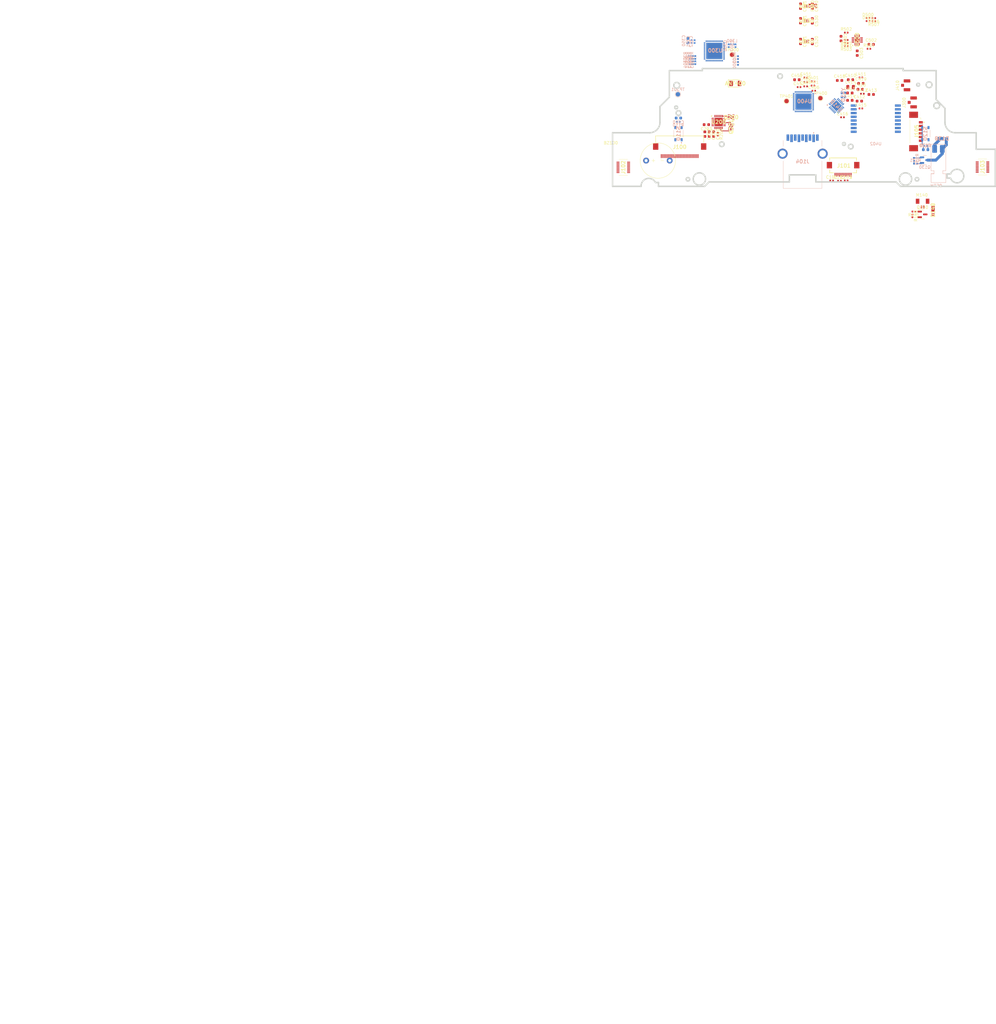
<source format=kicad_pcb>
(kicad_pcb (version 20211014) (generator pcbnew)
  (layers (0 "F.Cu" signal) (1 "In1.Cu" signal) (2 "In2.Cu" signal) (31 "B.Cu" signal) (34 "B.Paste" user) (35 "F.Paste" user) (36 "B.SilkS" user "B.Silkscreen") (37 "F.SilkS" user "F.Silkscreen") (38 "B.Mask" user) (39 "F.Mask" user) (44 "Edge.Cuts" user))
  (net 0 "")
  (net 1 "GND")
  (net 2 "+3V3")
  (net 3 "/PUMATX_CHIP_PU")
  (net 4 "/PUMATX_SDA")
  (net 5 "/PUMATX_SCL")
  (net 6 "/ELRS_CHIP_PU")
  (net 7 "/3V45")
  (net 8 "/DISPLAY_SDA")
  (net 9 "/DISPLAY_SCL")
  (net 10 "/LED_ANODE")
  (net 11 "/LED_CATHODE")
  (net 16 "/LEFT_POT")
  (net 21 "/SPORT")
  (net 25 "/RIGHT_POT")
  (net 26 "VBUS")
  (net 27 "/PUMATX_RTS")
  (net 28 "/PUMATX_DTR")
  (net 29 "/PUMATX_GPIO0")
  (net 30 "/ELRS_RTS")
  (net 31 "/ELRS_DTR")
  (net 32 "/ELRS_GPIO0")
  (net 33 "/C1")
  (net 34 "/C2")
  (net 36 "/V_PA")
  (net 37 "/V_DCC")
  (net 38 "/BATTERY_WHITE")
  (net 39 "-3V3")
  (net 41 "/TX_ELRS_DEBUG")
  (net 42 "/RX_ELRS_DEBUG")
  (net 47 "/TX_PUMATX_DEBUG")
  (net 48 "/RX_PUMATX_DEBUG")
  (net 51 "/BQ_PGOOD")
  (net 52 "/BQ_CHG")
  (net 53 "/V_DCC2")
  (net 54 "/RIGHT")
  (net 55 "/LEFT")
  (net 56 "/UP")
  (net 57 "/DOWN")
  (net 58 "/ON_OFF")
  (net 59 "/BATTERY_VOLTAGE")
  (net 60 "/BUZZER_PWM")
  (net 61 "/FAN_PWM")
  (net 62 "/HAPTIC_PWM")
  (net 63 "/CRSF")
  (net 64 "/RECORD")
  (net 65 "/LED")
  (net 66 "/DISPLAY_BACKLIGHT")
  (net 67 "/OK")
  (net 75 "/PAUSE")
  (net 76 "/RTH")
  (net 77 "/PHOTO")
  (net 89 "/TX_EN")
  (net 90 "/RX_EN")
  (net 91 "/NRESET")
  (net 94 "/DIO2")
  (net 95 "/DIO1")
  (net 104 "/NSS")
  (net 105 "/SCK")
  (net 106 "/MOSI")
  (net 107 "/MISO")
  (net 109 "/BUSY")
  (net 110 "/XTA")
  (net 113 "/XTB")
  (net 116 "/BATTERY_TEMP")
  (net 120 "/D+")
  (net 121 "/D-")
  (net 122 "/SX1280_3V3")
  (net 123 "/FAN_HS")
  (net 124 "/FAN_LS")
  (net 125 "/HAPTIC_HS")
  (net 126 "/HAPTIC_LS")
  (net 127 "/HAPTIC_G")
  (net 128 "/FAN_G")
  (net 129 "/BQ_CE")
  (net 130 "/DISPLAY_DECOUPLE_2")
  (net 132 "/VBAT")
  (net 134 "/VSYS")
  (net 136 "/3V3_EN")
  (net 137 "/VDD_SDIO_PUMATX")
  (net 138 "/VDD_SDIO_ELRS")
  (net 139 "/50_ESP_ELRS_ANT_2")
  (net 140 "/50_PUMATX_ANT_1")
  (net 141 "/50_PUMATX_ANT_2")
  (net 142 "/50_ESP_ELRS_ANT_1")
  (net 143 "/50_ELRS_ANT_1")
  (net 144 "/50_ELRS_ANT_2")
  (net 145 "/50_ELRS_ANT_3")
  (net 146 "/50_ELRS_ANT_4")
  (net 147 "/ILIM")
  (net 148 "/RST")
  (net 149 "/LED_PG")
  (net 150 "/LED_CHG")
  (net 151 "/ISET")
  (net 152 "/SYSOFF")
  (net 153 "/TMR")
  (net 154 "/SYS")
  (net 155 "/DISPLAY_DECOUPLE_1")
  (footprint "Capacitor_SMD:C_0402_1005Metric" (layer "F.Cu") (at 165.75 86.25)
    (fp_text reference "L411")
    (fp_text value "3n")
  )
  (footprint "Capacitor_SMD:C_0402_1005Metric" (layer "F.Cu") (at 158.47 121.325)
    (fp_text reference "C102")
    (fp_text value "1n")
  )
  (footprint "Capacitor_SMD:C_0603_1608Metric" (layer "F.Cu") (at 164.5 77.975 -90)
    (fp_text reference "C503")
    (fp_text value "4u7")
  )
  (footprint "Capacitor_SMD:C_0603_1608Metric" (layer "F.Cu") (at 115.75 105.475 -90)
    (fp_text reference "C200")
    (fp_text value "1u")
  )
  (footprint "Component_lib:QFN50P300X300X100-17N-D" (layer "F.Cu") (at 164.5 73.5 90)
    (fp_text reference "U500")
    (fp_text value "BQ24075RGTR" hide)
  )
  (footprint "Component_lib:GL200A_BUZZER" (layer "F.Cu") (at 96.8 114.45)
    (fp_text reference "BZ100")
    (fp_text value "Buzzer")
  )
  (footprint "Capacitor_SMD:C_0603_1608Metric" (layer "F.Cu") (at 113.275 102.25 180)
    (fp_text reference "C203")
    (fp_text value "100n")
  )
  (footprint "Component_lib:UMH3NTN" (layer "F.Cu") (at 121.675 99.65 180)
    (fp_text reference "Q200")
    (fp_text value "UMH3NTN" hide)
  )
  (footprint "Capacitor_SMD:C_0603_1608Metric" (layer "F.Cu") (at 158.5 87.25)
    (fp_text reference "C418")
    (fp_text value "100n")
  )
  (footprint "Capacitor_SMD:C_0402_1005Metric" (layer "F.Cu") (at 168.48 76.5)
    (fp_text reference "R501")
    (fp_text value "100k")
  )
  (footprint "Capacitor_SMD:C_0402_1005Metric" (layer "F.Cu") (at 149.5 87.5)
    (fp_text reference "C401")
    (fp_text value "1u")
  )
  (footprint "Capacitor_SMD:C_0402_1005Metric" (layer "F.Cu") (at 168.16 66.08)
    (fp_text reference "D500")
    (fp_text value "LED")
  )
  (footprint "Component_lib:u.fl" (layer "F.Cu") (at 183.65 94.7 -90)
    (fp_text reference "J300")
    (fp_text value "U.FL-R-SMT-1_40_")
  )
  (footprint "Capacitor_SMD:C_0402_1005Metric" (layer "F.Cu") (at 170.14 66.08 180)
    (fp_text reference "R506")
    (fp_text value "1k5")
  )
  (footprint "Capacitor_SMD:C_0603_1608Metric" (layer "F.Cu") (at 159 73.025 -90)
    (fp_text reference "C501")
    (fp_text value "1u")
  )
  (footprint "Component_lib:FH12-12S-0.5SH_55_" (layer "F.Cu") (at 159.7 118.6 180)
    (fp_text reference "J101")
    (fp_text value "FH12-12S-0.5SH_55_" hide)
  )
  (footprint "Capacitor_SMD:C_0805_2012Metric" (layer "F.Cu") (at 162.25 89.5)
    (fp_text reference "L414")
    (fp_text value "15u")
  )
  (footprint "Capacitor_SMD:C_0603_1608Metric" (layer "F.Cu") (at 162 94)
    (fp_text reference "C414")
    (fp_text value "0p5")
  )
  (footprint "Capacitor_SMD:C_0402_1005Metric" (layer "F.Cu") (at 183.25 133.23 -90)
    (fp_text reference "R140")
    (fp_text value "10k")
  )
  (footprint "Component_lib:QFN50P400X400X80-25N-D" (layer "F.Cu") (at 117.425 101.35)
    (fp_text reference "U200")
    (fp_text value "CP2105-F01-GMR" hide)
  )
  (footprint "Component_lib:S1GHE" (layer "F.Cu") (at 190.25 131.612 -90)
    (fp_text reference "D140")
    (fp_text value "S1GHE" hide)
  )
  (footprint "Capacitor_SMD:C_0402_1005Metric" (layer "F.Cu") (at 117.175 105.475 -90)
    (fp_text reference "R200")
    (fp_text value "4k7")
  )
  (footprint "Component_lib:FH12A26S05SH55" (layer "F.Cu") (at 104.2 109.5)
    (fp_text reference "J100")
    (fp_text value "FH12A-26S-0.5SH_55_" hide)
  )
  (footprint "TestPoint:TestPoint_Pad_D1.5mm" (layer "F.Cu") (at 140.5 94.25)
    (fp_text reference "TP401")
    (fp_text value "VDD_SDIO")
  )
  (footprint "Capacitor_SMD:C_0603_1608Metric" (layer "F.Cu") (at 165.75 88.25)
    (fp_text reference "C419")
    (fp_text value "470n")
  )
  (footprint "Capacitor_SMD:C_0603_1608Metric" (layer "F.Cu") (at 165.225 94.25)
    (fp_text reference "C412")
    (fp_text value "1p2")
  )
  (footprint "Capacitor_SMD:C_0402_1005Metric" (layer "F.Cu") (at 165.75 96.75)
    (fp_text reference "C415")
    (fp_text value "10n")
  )
  (footprint "Capacitor_SMD:C_0603_1608Metric" (layer "F.Cu") (at 149.25 62.025 -90)
    (fp_text reference "C510")
    (fp_text value "2u2")
  )
  (footprint "Component_lib:533980667" (layer "F.Cu") (at 184.25 104.575 90)
    (fp_text reference "J105")
    (fp_text value "53398-0667" hide)
  )
  (footprint "Capacitor_SMD:C_0603_1608Metric" (layer "F.Cu") (at 149.25 67.025 -90)
    (fp_text reference "C530")
    (fp_text value "2u2")
  )
  (footprint "Component_lib:5003340160" (layer "F.Cu") (at 85.05 116.75 90)
    (fp_text reference "J102")
    (fp_text value "500334-0160" hide)
  )
  (footprint "Component_lib:SM02B-SURS-TF" (layer "F.Cu") (at 186.7 129.7 180)
    (fp_text reference "M140")
    (fp_text value "Fan")
  )
  (footprint "Capacitor_SMD:C_0402_1005Metric" (layer "F.Cu") (at 170.14 67.08 180)
    (fp_text reference "R507")
    (fp_text value "1k5")
  )
  (footprint "Capacitor_SMD:C_0603_1608Metric" (layer "F.Cu") (at 169.25 92)
    (fp_text reference "C413")
    (fp_text value "100p")
  )
  (footprint "Component_lib:SON40P120X120X60-7N-D" (layer "F.Cu") (at 147.25 74.025)
    (fp_text reference "U520")
    (fp_text value "MIC5528-3.3YMT-T5" hide)
  )
  (footprint "Component_lib:ANTC3216X140N" (layer "F.Cu") (at 123.1 88.25)
    (fp_text reference "ANT400")
    (fp_text value "2450AT18A100E" hide)
  )
  (footprint "Capacitor_SMD:C_0402_1005Metric" (layer "F.Cu") (at 166.25 91.75)
    (fp_text reference "L412")
    (fp_text value "2n5")
  )
  (footprint "Capacitor_SMD:C_0603_1608Metric" (layer "F.Cu") (at 149.25 74.025 -90)
    (fp_text reference "C520")
    (fp_text value "2u2")
  )
  (footprint "Capacitor_SMD:C_0402_1005Metric" (layer "F.Cu") (at 160.77 73.5 180)
    (fp_text reference "R505")
    (fp_text value "36k5")
  )
  (footprint "Component_lib:SON40P120X120X60-7N-D" (layer "F.Cu") (at 147.25 67)
    (fp_text reference "U530")
    (fp_text value "MIC5528-3.3YMT-T5" hide)
  )
  (footprint "Package_TO_SOT_SMD:SOT-23" (layer "F.Cu") (at 186.675 132.725)
    (fp_text reference "Q140")
    (fp_text value "ZXMN3B01F")
  )
  (footprint "Capacitor_SMD:C_0603_1608Metric" (layer "F.Cu") (at 145.25 62.025 -90)
    (fp_text reference "C511")
    (fp_text value "2u2")
  )
  (footprint "Component_lib:u.fl" (layer "F.Cu") (at 181.4 88.9 -90)
    (fp_text reference "J410")
    (fp_text value "U.FL-R-SMT-1_40_")
  )
  (footprint "Capacitor_SMD:C_0603_1608Metric" (layer "F.Cu") (at 144 87)
    (fp_text reference "C450")
    (fp_text value "100n")
  )
  (footprint "Component_lib:5003340160" (layer "F.Cu") (at 207.05 116.65 90)
    (fp_text reference "J103")
    (fp_text value "500334-0160" hide)
  )
  (footprint "Capacitor_SMD:C_0402_1005Metric" (layer "F.Cu") (at 147 86.25)
    (fp_text reference "C451")
    (fp_text value "1u")
  )
  (footprint "Capacitor_SMD:C_0603_1608Metric" (layer "F.Cu") (at 145.25 66.975 -90)
    (fp_text reference "C531")
    (fp_text value "2u2")
  )
  (footprint "Component_lib:UMH3NTN" (layer "F.Cu") (at 121.575 102.95 -90)
    (fp_text reference "Q201")
    (fp_text value "UMH3NTN" hide)
  )
  (footprint "Capacitor_SMD:C_0402_1005Metric" (layer "F.Cu") (at 149.75 90.75)
    (fp_text reference "C406")
    (fp_text value "C")
  )
  (footprint "Capacitor_SMD:C_0603_1608Metric" (layer "F.Cu") (at 112.75 105.475 -90)
    (fp_text reference "C202")
    (fp_text value "1u")
  )
  (footprint "Capacitor_SMD:C_0402_1005Metric" (layer "F.Cu") (at 146.98 87.75)
    (fp_text reference "L400")
    (fp_text value "L")
  )
  (footprint "Capacitor_SMD:C_0603_1608Metric" (layer "F.Cu") (at 165.525 90.25)
    (fp_text reference "C420")
    (fp_text value "100n")
  )
  (footprint "Capacitor_SMD:C_0402_1005Metric" (layer "F.Cu") (at 168.16 67.08)
    (fp_text reference "D501")
    (fp_text value "LED")
  )
  (footprint "Component_lib:SON40P120X120X60-7N-D" (layer "F.Cu") (at 147.25 62)
    (fp_text reference "U510")
    (fp_text value "MIC5528-3.3YMT-T5" hide)
  )
  (footprint "Capacitor_SMD:C_0402_1005Metric" (layer "F.Cu") (at 144.75 89.5)
    (fp_text reference "C452")
    (fp_text value "10u")
  )
  (footprint "Capacitor_SMD:C_0402_1005Metric" (layer "F.Cu") (at 160.77 71)
    (fp_text reference "R502")
    (fp_text value "1k1")
  )
  (footprint "TestPoint:TestPoint_Pad_D1.5mm" (layer "F.Cu") (at 152 93.25)
    (fp_text reference "TP400")
    (fp_text value "TestPoint")
  )
  (footprint "Capacitor_SMD:C_0402_1005Metric" (layer "F.Cu") (at 160.77 75.5 180)
    (fp_text reference "R503")
    (fp_text value "590")
  )
  (footprint "Capacitor_SMD:C_0402_1005Metric" (layer "F.Cu") (at 155.82 121.25)
    (fp_text reference "C101")
    (fp_text value "2n2")
  )
  (footprint "Capacitor_SMD:C_0402_1005Metric" (layer "F.Cu") (at 183.73 131.75 180)
    (fp_text reference "R141")
    (fp_text value "180")
  )
  (footprint "TestPoint:TestPoint_Pad_D1.5mm" (layer "F.Cu") (at 122 78.5)
    (fp_text reference "TP300")
    (fp_text value "PUMATX_PU")
  )
  (footprint "Capacitor_SMD:C_0402_1005Metric" (layer "F.Cu") (at 149.5 89)
    (fp_text reference "R401")
    (fp_text value "10k")
  )
  (footprint "Capacitor_SMD:C_0402_1005Metric" (layer "F.Cu") (at 147 89.25)
    (fp_text reference "C407")
    (fp_text value "C")
  )
  (footprint "Capacitor_SMD:C_0402_1005Metric" (layer "F.Cu") (at 160.745 121.225)
    (fp_text reference "C103")
    (fp_text value "15u")
  )
  (footprint "Capacitor_SMD:C_0603_1608Metric" (layer "F.Cu") (at 145.25 74 -90)
    (fp_text reference "C521")
    (fp_text value "2u2")
  )
  (footprint "Capacitor_SMD:C_0402_1005Metric" (layer "F.Cu") (at 159.5 99.75)
    (fp_text reference "C416")
    (fp_text value "10n")
  )
  (footprint "Capacitor_SMD:C_0402_1005Metric" (layer "F.Cu") (at 150.5 61.98 90)
    (fp_text reference "R510")
    (fp_text value "0k")
  )
  (footprint "Capacitor_SMD:C_0603_1608Metric" (layer "F.Cu") (at 162 91.5)
    (fp_text reference "C411")
    (fp_text value "1p2")
  )
  (footprint "Capacitor_SMD:C_0603_1608Metric" (layer "F.Cu") (at 114.25 105.475 -90)
    (fp_text reference "C201")
    (fp_text value "100n")
  )
  (footprint "Capacitor_SMD:C_0603_1608Metric" (layer "F.Cu") (at 162.225 87)
    (fp_text reference "C410")
    (fp_text value "0p8")
  )
  (footprint "Capacitor_SMD:C_0402_1005Metric" (layer "F.Cu") (at 160.77 74.5 180)
    (fp_text reference "R504")
    (fp_text value "0")
  )
  (footprint "Capacitor_SMD:C_0603_1608Metric" (layer "F.Cu") (at 169.225 75)
    (fp_text reference "C502")
    (fp_text value "4u7")
  )
  (footprint "Component_lib:ESP32-PICO-D4_1" (layer "B.Cu") (at 115.96094 77.225 180)
    (fp_text reference "U300")
    (fp_text value "ESP32-PICO-D4" hide)
  )
  (footprint "Component_lib:GL200A_HAPTIC_MOTOR" (layer "B.Cu") (at 189.595 108.895)
    (fp_text reference "M130")
    (fp_text value "Motor_DC")
  )
  (footprint "Capacitor_SMD:C_0402_1005Metric" (layer "B.Cu") (at 124 79.48 -90)
    (fp_text reference "R300")
    (fp_text value "10k")
  )
  (footprint "Component_lib:S1GHE" (layer "B.Cu") (at 193.612 107)
    (fp_text reference "D130")
    (fp_text value "S1GHE" hide)
  )
  (footprint "Capacitor_SMD:C_0402_1005Metric" (layer "B.Cu") (at 108.75 79.429998 -90)
    (fp_text reference "R302")
    (fp_text value "2k2")
  )
  (footprint "Component_lib:SKRPABE010" (layer "B.Cu") (at 103.8 105.3 90)
    (fp_text reference "S110")
    (fp_text value "SKRPABE010" hide)
  )
  (footprint "Package_TO_SOT_SMD:SOT-23" (layer "B.Cu") (at 187.4375 114.3)
    (fp_text reference "Q130")
    (fp_text value "ZXMN3B01F")
  )
  (footprint "Capacitor_SMD:C_0402_1005Metric" (layer "B.Cu") (at 183.75 114.02 90)
    (fp_text reference "R130")
    (fp_text value "10k")
  )
  (footprint "Capacitor_SMD:C_0402_1005Metric" (layer "B.Cu") (at 120.85 75.455 -90)
    (fp_text reference "C306")
    (fp_text value "C")
  )
  (footprint "Capacitor_SMD:C_0603_1608Metric" (layer "B.Cu") (at 187.725 110.75 180)
    (fp_text reference "C120")
    (fp_text value "100n")
  )
  (footprint "Capacitor_SMD:C_0402_1005Metric" (layer "B.Cu") (at 108 79.429998 -90)
    (fp_text reference "R301")
    (fp_text value "2k2")
  )
  (footprint "Component_lib:ESP32-PICO-D4_1" (layer "B.Cu") (at 146.23594 94.45 180)
    (fp_text reference "U400")
    (fp_text value "ESP32-PICO-D4" hide)
  )
  (footprint "Capacitor_SMD:C_0402_1005Metric" (layer "B.Cu") (at 109.25 74.045 -90)
    (fp_text reference "C352")
    (fp_text value "10u")
  )
  (footprint "Component_lib:SKRPABE010" (layer "B.Cu") (at 187.65 105.3 -90)
    (fp_text reference "S120")
    (fp_text value "SKRPABE010" hide)
  )
  (footprint "Capacitor_SMD:C_0402_1005Metric" (layer "B.Cu") (at 108.26 74.045 -90)
    (fp_text reference "C351")
    (fp_text value "1u")
  )
  (footprint "Capacitor_SMD:C_0402_1005Metric" (layer "B.Cu") (at 107.25 81.225 -90)
    (fp_text reference "C304")
    (fp_text value "15u")
  )
  (footprint "Capacitor_SMD:C_0402_1005Metric" (layer "B.Cu") (at 107.25 79.429998 -90)
    (fp_text reference "R304")
    (fp_text value "2k2")
  )
  (footprint "Capacitor_SMD:C_0603_1608Metric" (layer "B.Cu") (at 103.775 100)
    (fp_text reference "C110")
    (fp_text value "100n")
  )
  (footprint "Capacitor_SMD:C_0603_1608Metric" (layer "B.Cu") (at 107 73.75 -90)
    (fp_text reference "C350")
    (fp_text value "100n")
  )
  (footprint "Capacitor_SMD:C_0402_1005Metric" (layer "B.Cu") (at 103.75 101.25)
    (fp_text reference "R110")
    (fp_text value "4k7")
  )
  (footprint "Capacitor_SMD:C_0402_1005Metric" (layer "B.Cu") (at 184.27 115.5 180)
    (fp_text reference "R131")
    (fp_text value "180")
  )
  (footprint "Capacitor_SMD:C_0402_1005Metric" (layer "B.Cu") (at 122.005 74.975 180)
    (fp_text reference "L300")
    (fp_text value "L")
  )
  (footprint "Component_lib:NX2016SA32MEXS00ACS06465" (layer "B.Cu") (at 159.8 92.15 -90)
    (fp_text reference "Y410")
    (fp_text value "NX2016SA-52MHZ-EXS00A-CS06016" hide)
  )
  (footprint "Capacitor_SMD:C_0402_1005Metric" (layer "B.Cu") (at 187.75 109.5 180)
    (fp_text reference "R120")
    (fp_text value "4k7")
  )
  (footprint "Capacitor_SMD:C_0402_1005Metric" (layer "B.Cu") (at 124 81.46 -90)
    (fp_text reference "C300")
    (fp_text value "1u")
  )
  (footprint "Capacitor_SMD:C_0402_1005Metric" (layer "B.Cu") (at 109.5 81.225 -90)
    (fp_text reference "C303")
    (fp_text value "15u")
  )
  (footprint "Capacitor_SMD:C_0402_1005Metric" (layer "B.Cu") (at 109.5 79.429998 -90)
    (fp_text reference "R303")
    (fp_text value "2k2")
  )
  (footprint "Capacitor_SMD:C_0402_1005Metric" (layer "B.Cu") (at 108 81.225 -90)
    (fp_text reference "C301")
    (fp_text value "15u")
  )
  (footprint "Capacitor_SMD:C_0402_1005Metric" (layer "B.Cu") (at 123.15 75.455 -90)
    (fp_text reference "C307")
    (fp_text value "C")
  )
  (footprint "Capacitor_SMD:C_0402_1005Metric" (layer "B.Cu") (at 108.75 81.225 -90)
    (fp_text reference "C302")
    (fp_text value "15u")
  )
  (footprint "TestPoint:TestPoint_Pad_D1.5mm" (layer "B.Cu") (at 103.6 91.95 180)
    (fp_text reference "TP301")
    (fp_text value "VDD_SDIO")
  )
  (footprint "Component_lib:QFN50P400X400X100-25N-D" (layer "B.Cu") (at 157.45 95.85 -45)
    (fp_text reference "U410")
    (fp_text value "SX1280" hide)
  )
  (footprint "Component_lib:692122030100" (layer "B.Cu") (at 145.95 112.1 180)
    (fp_text reference "J104")
    (fp_text value "692122030100" hide)
  )
  (footprint "Component_lib:E28-2G4M27S" (layer "B.Cu") (at 163.3 107.35)
    (fp_text reference "U402")
    (fp_text value "E28-2G4M27S")
  )
  (gr_line locked (start 180.1 83.2) (end 111.9 83.2) (layer "Edge.Cuts") (width 0.5))
  (gr_line locked (start 97 123.2) (end 97 121.9) (layer "Edge.Cuts") (width 0.5))
  (gr_line locked (start 81.4 105) (end 81.4 123.2) (layer "Edge.Cuts") (width 0.5))
  (gr_circle locked (center 138.3 85.8) (end 139.1 85.8) (layer "Edge.Cuts") (width 0.5) (fill none))
  (gr_arc locked (start 97.5 101.5) (mid 96.474856 103.974836) (end 94 105) (layer "Edge.Cuts") (width 0.5))
  (gr_line locked (start 194.3 96.7) (end 191.3 93.7) (layer "Edge.Cuts") (width 0.5))
  (gr_circle locked (center 107 120.8) (end 107.6 120.8) (layer "Edge.Cuts") (width 0.5) (fill none))
  (gr_line locked (start 150.45 119.3) (end 141.45 119.3) (layer "Edge.Cuts") (width 0.5))
  (gr_circle locked (center 188.9 88.7) (end 189.9 88.7) (layer "Edge.Cuts") (width 0.5) (fill none))
  (gr_arc locked (start 196.20911 119) (mid 200.700026 119.699908) (end 196.20911 120.4) (layer "Edge.Cuts") (width 0.5))
  (gr_line locked (start 97 121.9) (end 96 121.9) (layer "Edge.Cuts") (width 0.5))
  (gr_circle locked (center 103.2 88.9) (end 104.2 88.9) (layer "Edge.Cuts") (width 0.5) (fill none))
  (gr_circle locked (center 185.2 88.7) (end 185.7 88.7) (layer "Edge.Cuts") (width 0.5) (fill none))
  (gr_circle locked (center 118.5 108.9) (end 119.3 108.9) (layer "Edge.Cuts") (width 0.5) (fill none))
  (gr_circle locked (center 160 108.8) (end 160.5 108.8) (layer "Edge.Cuts") (width 0.5) (fill none))
  (gr_line locked (start 191.3 93.7) (end 191.3 83.9) (layer "Edge.Cuts") (width 0.5))
  (gr_circle locked (center 162.3 109.7) (end 163.1 109.7) (layer "Edge.Cuts") (width 0.5) (fill none))
  (gr_line locked (start 211.4 123.2) (end 179.2 123.2) (layer "Edge.Cuts") (width 0.5))
  (gr_line locked (start 211.4 110.6) (end 211.4 123.2) (layer "Edge.Cuts") (width 0.5))
  (gr_line locked (start 204.9 110.6) (end 204.9 105) (layer "Edge.Cuts") (width 0.5))
  (gr_line locked (start 111.9 83.9) (end 100.7 83.9) (layer "Edge.Cuts") (width 0.5))
  (gr_line locked (start 141.45 121.7) (end 114.2 121.7) (layer "Edge.Cuts") (width 0.5))
  (gr_line locked (start 100.7 83.9) (end 100.7 92.9) (layer "Edge.Cuts") (width 0.5))
  (gr_line locked (start 141.45 119.3) (end 141.45 121.7) (layer "Edge.Cuts") (width 0.5))
  (gr_line locked (start 81.4 105) (end 94 105) (layer "Edge.Cuts") (width 0.5))
  (gr_line locked (start 196.20911 119) (end 195 119) (layer "Edge.Cuts") (width 0.5))
  (gr_line locked (start 195 120.4) (end 196.20911 120.4) (layer "Edge.Cuts") (width 0.5))
  (gr_line locked (start 191.3 83.9) (end 180.1 83.9) (layer "Edge.Cuts") (width 0.5))
  (gr_line locked (start 112.7 123.2) (end 97 123.2) (layer "Edge.Cuts") (width 0.5))
  (gr_line locked (start 150.45 121.7) (end 150.45 119.3) (layer "Edge.Cuts") (width 0.5))
  (gr_circle locked (center 103 96.4) (end 103.5 96.4) (layer "Edge.Cuts") (width 0.5) (fill none))
  (gr_line locked (start 97.5 96.1) (end 97.5 101.5) (layer "Edge.Cuts") (width 0.5))
  (gr_arc locked (start 197.8 105) (mid 195.325123 103.974869) (end 194.3 101.5) (layer "Edge.Cuts") (width 0.5))
  (gr_circle locked (center 180.9 120.7) (end 183 120.7) (layer "Edge.Cuts") (width 0.5) (fill none))
  (gr_line locked (start 111.9 83.2) (end 111.9 83.9) (layer "Edge.Cuts") (width 0.5))
  (gr_line locked (start 177.7 121.7) (end 150.45 121.7) (layer "Edge.Cuts") (width 0.5))
  (gr_line locked (start 81.4 123.2) (end 91.1 123.2) (layer "Edge.Cuts") (width 0.5))
  (gr_line locked (start 179.2 123.2) (end 177.7 121.7) (layer "Edge.Cuts") (width 0.5))
  (gr_line locked (start 114.2 121.7) (end 112.7 123.2) (layer "Edge.Cuts") (width 0.5))
  (gr_line locked (start 204.9 105) (end 197.8 105) (layer "Edge.Cuts") (width 0.5))
  (gr_line locked (start 195 119) (end 195 120.4) (layer "Edge.Cuts") (width 0.5))
  (gr_line locked (start 100.7 92.9) (end 97.5 96.1) (layer "Edge.Cuts") (width 0.5))
  (gr_circle locked (center 103.8 98.3) (end 104.6 98.3) (layer "Edge.Cuts") (width 0.5) (fill none))
  (gr_circle locked (center 110.9 120.7) (end 113 120.7) (layer "Edge.Cuts") (width 0.5) (fill none))
  (gr_circle locked (center 184.8 120.8) (end 185.4 120.8) (layer "Edge.Cuts") (width 0.5) (fill none))
  (gr_arc locked (start 91.1 123.2) (mid 93.029189 120.586849) (end 96 121.9) (layer "Edge.Cuts") (width 0.5))
  (gr_line locked (start 180.1 83.9) (end 180.1 83.2) (layer "Edge.Cuts") (width 0.5))
  (gr_line locked (start 194.3 101.5) (end 194.3 96.7) (layer "Edge.Cuts") (width 0.5))
  (gr_line locked (start 211.4 110.6) (end 204.9 110.6) (layer "Edge.Cuts") (width 0.5))
  (gr_circle locked (center 191.5 95.8) (end 192.5 95.8) (layer "Edge.Cuts") (width 0.5) (fill none))
  (segment (start 145.4 62.95) (end 145.25 62.8) (width 0.5) (layer "F.Cu") (net 1))
  (segment (start 149.25 62.8) (end 149.1 62.95) (width 0.5) (layer "F.Cu") (net 1))
  (segment (start 183.75 113.54) (end 186.31 113.54) (width 0.25) (layer "B.Cu") (net 1))
  (segment (start 186.31 113.54) (end 186.5 113.35) (width 0.25) (layer "B.Cu") (net 1))
  (segment (start 188.5 110.75) (end 188.5 109.77) (width 0.25) (layer "B.Cu") (net 2))
  (segment (start 188.5 109.77) (end 188.23 109.5) (width 0.25) (layer "B.Cu") (net 2))
  (segment (start 120.025 99.35) (end 118.675 99.35) (width 0.25) (layer "F.Cu") (net 27))
  (segment (start 120.9 99.65) (end 121.275 99.65) (width 0.25) (layer "F.Cu") (net 27))
  (segment (start 121.925 100.3) (end 122.45 100.3) (width 0.25) (layer "F.Cu") (net 27))
  (segment (start 120.325 99.65) (end 120.025 99.35) (width 0.25) (layer "F.Cu") (net 27))
  (segment (start 121.275 99.65) (end 121.925 100.3) (width 0.25) (layer "F.Cu") (net 27))
  (segment (start 120.9 99.65) (end 120.325 99.65) (width 0.25) (layer "F.Cu") (net 27))
  (segment (start 121.425 99) (end 122.075 99.65) (width 0.25) (layer "F.Cu") (net 28))
  (segment (start 120.9 99) (end 121.425 99) (width 0.25) (layer "F.Cu") (net 28))
  (segment (start 122.075 99.65) (end 122.45 99.65) (width 0.25) (layer "F.Cu") (net 28))
  (segment (start 121.575 103.725) (end 121.575 104.3) (width 0.25) (layer "F.Cu") (net 30))
  (segment (start 122.225 102.686396) (end 122.225 102.175) (width 0.25) (layer "F.Cu") (net 30))
  (segment (start 118.175 104.05) (end 118.175 103.35) (width 0.25) (layer "F.Cu") (net 30))
  (segment (start 118.5 104.375) (end 118.175 104.05) (width 0.25) (layer "F.Cu") (net 30))
  (segment (start 121.575 104.3) (end 121.5 104.375) (width 0.25) (layer "F.Cu") (net 30))
  (segment (start 121.575 103.336396) (end 122.225 102.686396) (width 0.25) (layer "F.Cu") (net 30))
  (segment (start 121.5 104.375) (end 118.5 104.375) (width 0.25) (layer "F.Cu") (net 30))
  (segment (start 121.575 103.725) (end 121.575 103.336396) (width 0.25) (layer "F.Cu") (net 30))
  (segment (start 120.4 101.525) (end 121.45 101.525) (width 0.25) (layer "F.Cu") (net 31))
  (segment (start 121.45 102.825) (end 121.575 102.7) (width 0.25) (layer "F.Cu") (net 31))
  (segment (start 120.925 103.725) (end 120.925 103.15) (width 0.25) (layer "F.Cu") (net 31))
  (segment (start 121.575 102.7) (end 121.575 102.175) (width 0.25) (layer "F.Cu") (net 31))
  (segment (start 121.45 101.525) (end 121.575 101.65) (width 0.25) (layer "F.Cu") (net 31))
  (segment (start 119.425 101.6) (end 120.325 101.6) (width 0.25) (layer "F.Cu") (net 31))
  (segment (start 121.25 102.825) (end 121.45 102.825) (width 0.25) (layer "F.Cu") (net 31))
  (segment (start 120.925 103.15) (end 121.25 102.825) (width 0.25) (layer "F.Cu") (net 31))
  (segment (start 120.325 101.6) (end 120.4 101.525) (width 0.25) (layer "F.Cu") (net 31))
  (segment (start 121.575 101.65) (end 121.575 102.175) (width 0.25) (layer "F.Cu") (net 31))
  (segment (start 186.95 109.82) (end 187.27 109.5) (width 0.25) (layer "B.Cu") (net 34))
  (segment (start 186.575 107.375) (end 186.575 108.805) (width 0.25) (layer "B.Cu") (net 34))
  (segment (start 186.95 110.75) (end 186.95 109.82) (width 0.25) (layer "B.Cu") (net 34))
  (segment (start 186.575 108.805) (end 187.27 109.5) (width 0.25) (layer "B.Cu") (net 34))
  (segment (start 186.575 103.225) (end 186.575 107.375) (width 0.25) (layer "B.Cu") (net 34))
  (segment (start 183.79 114.54) (end 183.75 114.5) (width 0.25) (layer "B.Cu") (net 62))
  (segment (start 183.79 115.5) (end 183.79 114.54) (width 0.25) (layer "B.Cu") (net 62))
  (segment (start 190.795 109.054) (end 190.795 110.495) (width 1) (layer "B.Cu") (net 125))
  (segment (start 192.849 107) (end 190.795 109.054) (width 1) (layer "B.Cu") (net 125))
  (segment (start 194.75 107) (end 194.75 109.14) (width 1) (layer "B.Cu") (net 126))
  (segment (start 194.75 109.14) (end 193.395 110.495) (width 1) (layer "B.Cu") (net 126))
  (segment (start 188.375 114.3) (end 191.2 114.3) (width 1) (layer "B.Cu") (net 126))
  (segment (start 191.2 114.3) (end 193.395 112.105) (width 1) (layer "B.Cu") (net 126))
  (segment (start 193.395 112.105) (end 193.395 110.495) (width 1) (layer "B.Cu") (net 126))
  (segment (start 184.75 115.5) (end 186.25 115.5) (width 0.25) (layer "B.Cu") (net 127))
  (segment (start 186.25 115.5) (end 186.5 115.25) (width 0.25) (layer "B.Cu") (net 127))
  (segment (start 149.25 61.25) (end 149.05 61.45) (width 0.5) (layer "F.Cu") (net 134))
  (segment (start 149.05 61.45) (end 147.9 61.45) (width 0.5) (layer "F.Cu") (net 134))
  (segment (start 150.5 61.5) (end 149.5 61.5) (width 0.5) (layer "F.Cu") (net 134))
  (segment (start 149.5 61.5) (end 149.25 61.25) (width 0.5) (layer "F.Cu") (net 134))
  (segment (start 150.09 62.05) (end 148.75 62.05) (width 0.2) (layer "F.Cu") (net 136))
  (segment (start 148.75 62.05) (end 148.4 62.4) (width 0.2) (layer "F.Cu") (net 136))
  (segment (start 148.4 62.4) (end 147.9 62.4) (width 0.2) (layer "F.Cu") (net 136))
  (segment (start 150.5 62.46) (end 150.09 62.05) (width 0.2) (layer "F.Cu") (net 136))
)
</source>
